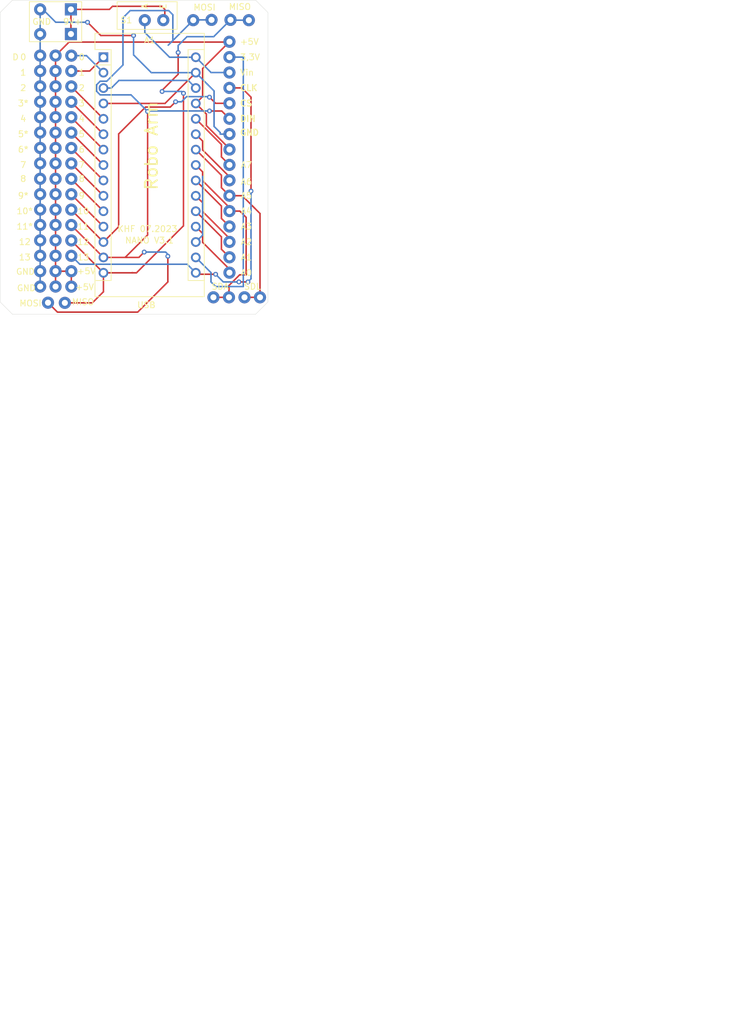
<source format=kicad_pcb>
(kicad_pcb (version 20221018) (generator pcbnew)
  (layers (0 "F.Cu" signal) (31 "B.Cu" signal) (34 "B.Paste" user) (35 "F.Paste" user) (36 "B.SilkS" user "B.Silkscreen") (37 "F.SilkS" user "F.Silkscreen") (38 "B.Mask" user) (39 "F.Mask" user) (44 "Edge.Cuts" user))
  (net 0 "")
  (net 1 "Net-(A1-Pad1)")
  (net 2 "Net-(A1-Pad17)")
  (net 3 "Net-(A1-Pad2)")
  (net 4 "Net-(A1-Pad18)")
  (net 5 "Net-(A1-Pad28)")
  (net 6 "Net-(A1-Pad19)")
  (net 7 "Net-(A1-Pad29)")
  (net 8 "Net-(A1-Pad20)")
  (net 9 "Net-(A1-Pad5)")
  (net 10 "Net-(A1-Pad21)")
  (net 11 "Net-(A1-Pad6)")
  (net 12 "Net-(A1-Pad22)")
  (net 13 "Net-(A1-Pad7)")
  (net 14 "Net-(A1-Pad23)")
  (net 15 "Net-(A1-Pad8)")
  (net 16 "Net-(A1-Pad24)")
  (net 17 "Net-(A1-Pad9)")
  (net 18 "Net-(A1-Pad25)")
  (net 19 "Net-(A1-Pad10)")
  (net 20 "Net-(A1-Pad26)")
  (net 21 "Net-(A1-Pad11)")
  (net 22 "Net-(A1-Pad27)")
  (net 23 "Net-(A1-Pad12)")
  (net 24 "Net-(A1-Pad13)")
  (net 25 "Net-(A1-Pad14)")
  (net 26 "Net-(A1-Pad30)")
  (net 27 "Net-(A1-Pad15)")
  (net 28 "Net-(A1-Pad16)")
  (net 29 "Net-(S1-Pad1)")
  (footprint "Module:Arduino_Nano" (layer "F.Cu") (at 99.035001 132.253001)
    (fp_text reference "A1" (at 7.62 -2.815001) (layer "F.SilkS"))
    (fp_text value "Arduino_Nano_v3.x")
    (fp_line (start -1.4 -3.94) (end -1.4 -1.27) (stroke (width 0.12)) (layer "F.SilkS"))
    (fp_line (start -1.4 1.27) (end -1.4 39.5) (stroke (width 0.12)) (layer "F.SilkS"))
    (fp_line (start -1.4 39.5) (end 16.64 39.5) (stroke (width 0.12)) (layer "F.SilkS"))
    (fp_line (start 1.27 -1.27) (end -1.4 -1.27) (stroke (width 0.12)) (layer "F.SilkS"))
    (fp_line (start 1.27 1.27) (end -1.4 1.27) (stroke (width 0.12)) (layer "F.SilkS"))
    (fp_line (start 1.27 1.27) (end 1.27 -1.27) (stroke (width 0.12)) (layer "F.SilkS"))
    (fp_line (start 1.27 1.27) (end 1.27 36.83) (stroke (width 0.12)) (layer "F.SilkS"))
    (fp_line (start 1.27 36.83) (end -1.4 36.83) (stroke (width 0.12)) (layer "F.SilkS"))
    (fp_line (start 13.97 -1.27) (end 13.97 36.83) (stroke (width 0.12)) (layer "F.SilkS"))
    (fp_line (start 13.97 -1.27) (end 16.64 -1.27) (stroke (width 0.12)) (layer "F.SilkS"))
    (fp_line (start 13.97 36.83) (end 16.64 36.83) (stroke (width 0.12)) (layer "F.SilkS"))
    (fp_line (start 16.64 -3.94) (end -1.4 -3.94) (stroke (width 0.12)) (layer "F.SilkS"))
    (fp_line (start 16.64 39.5) (end 16.64 -3.94) (stroke (width 0.12)) (layer "F.SilkS"))
    (pad "1" thru_hole rect (at 0 0) (size 1.6 1.6) (drill 1) (layers "*.Cu" "*.Mask") (net 1 "Net-(A1-Pad1)"))
    (pad "2" thru_hole oval (at 0 2.54) (size 1.6 1.6) (drill 1) (layers "*.Cu" "*.Mask") (net 3 "Net-(A1-Pad2)"))
    (pad "3" thru_hole oval (at 0 5.08) (size 1.6 1.6) (drill 1) (layers "*.Cu" "*.Mask") (net 5 "Net-(A1-Pad28)"))
    (pad "4" thru_hole oval (at 0 7.62) (size 1.6 1.6) (drill 1) (layers "*.Cu" "*.Mask") (net 7 "Net-(A1-Pad29)"))
    (pad "5" thru_hole oval (at 0 10.16) (size 1.6 1.6) (drill 1) (layers "*.Cu" "*.Mask") (net 9 "Net-(A1-Pad5)"))
    (pad "6" thru_hole oval (at 0 12.7) (size 1.6 1.6) (drill 1) (layers "*.Cu" "*.Mask") (net 11 "Net-(A1-Pad6)"))
    (pad "7" thru_hole oval (at 0 15.24) (size 1.6 1.6) (drill 1) (layers "*.Cu" "*.Mask") (net 13 "Net-(A1-Pad7)"))
    (pad "8" thru_hole oval (at 0 17.78) (size 1.6 1.6) (drill 1) (layers "*.Cu" "*.Mask") (net 15 "Net-(A1-Pad8)"))
    (pad "9" thru_hole oval (at 0 20.32) (size 1.6 1.6) (drill 1) (layers "*.Cu" "*.Mask") (net 17 "Net-(A1-Pad9)"))
    (pad "10" thru_hole oval (at 0 22.86) (size 1.6 1.6) (drill 1) (layers "*.Cu" "*.Mask") (net 19 "Net-(A1-Pad10)"))
    (pad "11" thru_hole oval (at 0 25.4) (size 1.6 1.6) (drill 1) (layers "*.Cu" "*.Mask") (net 21 "Net-(A1-Pad11)"))
    (pad "12" thru_hole oval (at 0 27.94) (size 1.6 1.6) (drill 1) (layers "*.Cu" "*.Mask") (net 23 "Net-(A1-Pad12)"))
    (pad "13" thru_hole oval (at 0 30.48) (size 1.6 1.6) (drill 1) (layers "*.Cu" "*.Mask") (net 24 "Net-(A1-Pad13)"))
    (pad "14" thru_hole oval (at 0 33.02) (size 1.6 1.6) (drill 1) (layers "*.Cu" "*.Mask") (net 25 "Net-(A1-Pad14)"))
    (pad "15" thru_hole oval (at 0 35.56) (size 1.6 1.6) (drill 1) (layers "*.Cu" "*.Mask") (net 27 "Net-(A1-Pad15)"))
    (pad "16" thru_hole oval (at 15.24 35.56) (size 1.6 1.6) (drill 1) (layers "*.Cu" "*.Mask") (net 28 "Net-(A1-Pad16)"))
    (pad "17" thru_hole oval (at 15.24 33.02) (size 1.6 1.6) (drill 1) (layers "*.Cu" "*.Mask") (net 2 "Net-(A1-Pad17)"))
    (pad "18" thru_hole oval (at 15.24 30.48) (size 1.6 1.6) (drill 1) (layers "*.Cu" "*.Mask") (net 4 "Net-(A1-Pad18)"))
    (pad "19" thru_hole oval (at 15.24 27.94) (size 1.6 1.6) (drill 1) (layers "*.Cu" "*.Mask") (net 6 "Net-(A1-Pad19)"))
    (pad "20" thru_hole oval (at 15.24 25.4) (size 1.6 1.6) (drill 1) (layers "*.Cu" "*.Mask") (net 8 "Net-(A1-Pad20)"))
    (pad "21" thru_hole oval (at 15.24 22.86) (size 1.6 1.6) (drill 1) (layers "*.Cu" "*.Mask") (net 10 "Net-(A1-Pad21)"))
    (pad "22" thru_hole oval (at 15.24 20.32) (size 1.6 1.6) (drill 1) (layers "*.Cu" "*.Mask") (net 12 "Net-(A1-Pad22)"))
    (pad "23" thru_hole oval (at 15.24 17.78) (size 1.6 1.6) (drill 1) (layers "*.Cu" "*.Mask") (net 14 "Net-(A1-Pad23)"))
    (pad "24" thru_hole oval (at 15.24 15.24) (size 1.6 1.6) (drill 1) (layers "*.Cu" "*.Mask") (net 16 "Net-(A1-Pad24)"))
    (pad "25" thru_hole oval (at 15.24 12.7) (size 1.6 1.6) (drill 1) (layers "*.Cu" "*.Mask") (net 18 "Net-(A1-Pad25)"))
    (pad "26" thru_hole oval (at 15.24 10.16) (size 1.6 1.6) (drill 1) (layers "*.Cu" "*.Mask") (net 20 "Net-(A1-Pad26)"))
    (pad "27" thru_hole oval (at 15.24 7.62) (size 1.6 1.6) (drill 1) (layers "*.Cu" "*.Mask") (net 22 "Net-(A1-Pad27)"))
    (pad "28" thru_hole oval (at 15.24 5.08) (size 1.6 1.6) (drill 1) (layers "*.Cu" "*.Mask") (net 5 "Net-(A1-Pad28)"))
    (pad "29" thru_hole oval (at 15.24 2.54) (size 1.6 1.6) (drill 1) (layers "*.Cu" "*.Mask") (net 7 "Net-(A1-Pad29)"))
    (pad "30" thru_hole oval (at 15.24 0) (size 1.6 1.6) (drill 1) (layers "*.Cu" "*.Mask") (net 26 "Net-(A1-Pad30)"))
  )
  (footprint "KHF_LIB:NANO_Stift_16PIN" (layer "F.Cu") (at 91.13 131.978 -90)
    (fp_text reference "J2")
    (fp_text value "NANO16PINStiftleiste")
    (pad "1" thru_hole circle (at 0 0 270) (size 2 2) (drill 1) (layers "*.Cu" "*.Mask") (net 22 "Net-(A1-Pad27)"))
    (pad "2" thru_hole circle (at 2.54 0 270) (size 2 2) (drill 1) (layers "*.Cu" "*.Mask") (net 22 "Net-(A1-Pad27)"))
    (pad "3" thru_hole circle (at 5.08 0 270) (size 2 2) (drill 1) (layers "*.Cu" "*.Mask") (net 22 "Net-(A1-Pad27)"))
    (pad "4" thru_hole circle (at 7.62 0 270) (size 2 2) (drill 1) (layers "*.Cu" "*.Mask") (net 22 "Net-(A1-Pad27)"))
    (pad "5" thru_hole circle (at 10.16 0 270) (size 2 2) (drill 1) (layers "*.Cu" "*.Mask") (net 22 "Net-(A1-Pad27)"))
    (pad "6" thru_hole circle (at 12.7 0 270) (size 2 2) (drill 1) (layers "*.Cu" "*.Mask") (net 22 "Net-(A1-Pad27)"))
    (pad "7" thru_hole circle (at 15.24 0 270) (size 2 2) (drill 1) (layers "*.Cu" "*.Mask") (net 22 "Net-(A1-Pad27)"))
    (pad "8" thru_hole circle (at 17.78 0 270) (size 2 2) (drill 1) (layers "*.Cu" "*.Mask") (net 22 "Net-(A1-Pad27)"))
    (pad "9" thru_hole circle (at 20.32 0 270) (size 2 2) (drill 1) (layers "*.Cu" "*.Mask") (net 22 "Net-(A1-Pad27)"))
    (pad "10" thru_hole circle (at 22.86 0 270) (size 2 2) (drill 1) (layers "*.Cu" "*.Mask") (net 22 "Net-(A1-Pad27)"))
    (pad "11" thru_hole circle (at 25.4 0 270) (size 2 2) (drill 1) (layers "*.Cu" "*.Mask") (net 22 "Net-(A1-Pad27)"))
    (pad "12" thru_hole circle (at 27.94 0 270) (size 2 2) (drill 1) (layers "*.Cu" "*.Mask") (net 22 "Net-(A1-Pad27)"))
    (pad "13" thru_hole circle (at 30.48 0 270) (size 2 2) (drill 1) (layers "*.Cu" "*.Mask") (net 22 "Net-(A1-Pad27)"))
    (pad "14" thru_hole circle (at 33.02 0 270) (size 2 2) (drill 1) (layers "*.Cu" "*.Mask") (net 22 "Net-(A1-Pad27)"))
    (pad "15" thru_hole circle (at 35.56 0 270) (size 2 2) (drill 1) (layers "*.Cu" "*.Mask") (net 22 "Net-(A1-Pad27)"))
    (pad "16" thru_hole circle (at 38.1 0 270) (size 2 2) (drill 1) (layers "*.Cu" "*.Mask") (net 22 "Net-(A1-Pad27)"))
  )
  (footprint "KHF_LIB:NANO_Stift_16PIN" (layer "F.Cu") (at 93.734 131.988 -90)
    (fp_text reference "J3")
    (fp_text value "NANO16PINStiftleiste")
    (pad "1" thru_hole circle (at 0 0 270) (size 2 2) (drill 1) (layers "*.Cu" "*.Mask") (net 3 "Net-(A1-Pad2)"))
    (pad "2" thru_hole circle (at 2.54 0 270) (size 2 2) (drill 1) (layers "*.Cu" "*.Mask") (net 1 "Net-(A1-Pad1)"))
    (pad "3" thru_hole circle (at 5.08 0 270) (size 2 2) (drill 1) (layers "*.Cu" "*.Mask") (net 9 "Net-(A1-Pad5)"))
    (pad "4" thru_hole circle (at 7.62 0 270) (size 2 2) (drill 1) (layers "*.Cu" "*.Mask") (net 11 "Net-(A1-Pad6)"))
    (pad "5" thru_hole circle (at 10.16 0 270) (size 2 2) (drill 1) (layers "*.Cu" "*.Mask") (net 13 "Net-(A1-Pad7)"))
    (pad "6" thru_hole circle (at 12.7 0 270) (size 2 2) (drill 1) (layers "*.Cu" "*.Mask") (net 15 "Net-(A1-Pad8)"))
    (pad "7" thru_hole circle (at 15.24 0 270) (size 2 2) (drill 1) (layers "*.Cu" "*.Mask") (net 17 "Net-(A1-Pad9)"))
    (pad "8" thru_hole circle (at 17.78 0 270) (size 2 2) (drill 1) (layers "*.Cu" "*.Mask") (net 19 "Net-(A1-Pad10)"))
    (pad "9" thru_hole circle (at 20.32 0 270) (size 2 2) (drill 1) (layers "*.Cu" "*.Mask") (net 21 "Net-(A1-Pad11)"))
    (pad "10" thru_hole circle (at 22.86 0 270) (size 2 2) (drill 1) (layers "*.Cu" "*.Mask") (net 23 "Net-(A1-Pad12)"))
    (pad "11" thru_hole circle (at 25.4 0 270) (size 2 2) (drill 1) (layers "*.Cu" "*.Mask") (net 24 "Net-(A1-Pad13)"))
    (pad "12" thru_hole circle (at 27.94 0 270) (size 2 2) (drill 1) (layers "*.Cu" "*.Mask") (net 25 "Net-(A1-Pad14)"))
    (pad "13" thru_hole circle (at 30.48 0 270) (size 2 2) (drill 1) (layers "*.Cu" "*.Mask") (net 27 "Net-(A1-Pad15)"))
    (pad "14" thru_hole circle (at 33.02 0 270) (size 2 2) (drill 1) (layers "*.Cu" "*.Mask") (net 28 "Net-(A1-Pad16)"))
    (pad "15" thru_hole circle (at 35.56 0 270) (size 2 2) (drill 1) (layers "*.Cu" "*.Mask") (net 22 "Net-(A1-Pad27)"))
    (pad "16" thru_hole circle (at 38.1 0 270) (size 2 2) (drill 1) (layers "*.Cu" "*.Mask") (net 22 "Net-(A1-Pad27)"))
  )
  (footprint "KHF_LIB:NANO_Stift_16PIN" (layer "F.Cu") (at 119.832 167.792 90)
    (fp_text reference "J4")
    (fp_text value "NANO16PINStiftleiste")
    (pad "1" thru_hole circle (at 0 0 90) (size 2 2) (drill 1) (layers "*.Cu" "*.Mask") (net 6 "Net-(A1-Pad19)"))
    (pad "2" thru_hole circle (at 2.54 0 90) (size 2 2) (drill 1) (layers "*.Cu" "*.Mask") (net 8 "Net-(A1-Pad20)"))
    (pad "3" thru_hole circle (at 5.08 0 90) (size 2 2) (drill 1) (layers "*.Cu" "*.Mask") (net 10 "Net-(A1-Pad21)"))
    (pad "4" thru_hole circle (at 7.62 0 90) (size 2 2) (drill 1) (layers "*.Cu" "*.Mask") (net 12 "Net-(A1-Pad22)"))
    (pad "5" thru_hole circle (at 10.16 0 90) (size 2 2) (drill 1) (layers "*.Cu" "*.Mask") (net 14 "Net-(A1-Pad23)"))
    (pad "6" thru_hole circle (at 12.7 0 90) (size 2 2) (drill 1) (layers "*.Cu" "*.Mask") (net 16 "Net-(A1-Pad24)"))
    (pad "7" thru_hole circle (at 15.24 0 90) (size 2 2) (drill 1) (layers "*.Cu" "*.Mask") (net 18 "Net-(A1-Pad25)"))
    (pad "8" thru_hole circle (at 17.78 0 90) (size 2 2) (drill 1) (layers "*.Cu" "*.Mask") (net 20 "Net-(A1-Pad26)"))
    (pad "9" thru_hole circle (at 20.32 0 90) (size 2 2) (drill 1) (layers "*.Cu" "*.Mask") (net 22 "Net-(A1-Pad27)"))
    (pad "10" thru_hole circle (at 22.86 0 90) (size 2 2) (drill 1) (layers "*.Cu" "*.Mask") (net 7 "Net-(A1-Pad29)"))
    (pad "11" thru_hole circle (at 25.4 0 90) (size 2 2) (drill 1) (layers "*.Cu" "*.Mask") (net 25 "Net-(A1-Pad14)"))
    (pad "12" thru_hole circle (at 27.94 0 90) (size 2 2) (drill 1) (layers "*.Cu" "*.Mask") (net 24 "Net-(A1-Pad13)"))
    (pad "13" thru_hole circle (at 30.48 0 90) (size 2 2) (drill 1) (layers "*.Cu" "*.Mask") (net 28 "Net-(A1-Pad16)"))
    (pad "14" thru_hole circle (at 33.02 0 90) (size 2 2) (drill 1) (layers "*.Cu" "*.Mask") (net 26 "Net-(A1-Pad30)"))
    (pad "15" thru_hole circle (at 35.56 0 90) (size 2 2) (drill 1) (layers "*.Cu" "*.Mask") (net 2 "Net-(A1-Pad17)"))
    (pad "16" thru_hole circle (at 38.1 0 90) (size 2 2) (drill 1) (layers "*.Cu" "*.Mask") (net 22 "Net-(A1-Pad27)"))
  )
  (footprint "KHF_LIB:9VBAT_khf" (layer "F.Cu") (at 88.59 124.358)
    (fp_text reference "GND" (at 0.254 2.032) (layer "F.SilkS"))
    (fp_text value "9VBat")
    (pad "1" thru_hole circle (at 0 0) (size 2 2) (drill 1) (layers "*.Cu" "*.Mask") (net 7 "Net-(A1-Pad29)"))
    (pad "2" thru_hole rect (at 5.08 0) (size 2 2) (drill 1) (layers "*.Cu" "*.Mask") (net 29 "Net-(S1-Pad1)"))
  )
  (footprint "KHF_LIB:NANO_Stift_16PIN" (layer "F.Cu") (at 88.59 170.078 90)
    (fp_text reference "J1")
    (fp_text value "NANO16PINStiftleiste")
    (pad "1" thru_hole circle (at 0 0 90) (size 2 2) (drill 1) (layers "*.Cu" "*.Mask") (net 7 "Net-(A1-Pad29)"))
    (pad "2" thru_hole circle (at 2.54 0 90) (size 2 2) (drill 1) (layers "*.Cu" "*.Mask") (net 7 "Net-(A1-Pad29)"))
    (pad "3" thru_hole circle (at 5.08 0 90) (size 2 2) (drill 1) (layers "*.Cu" "*.Mask") (net 7 "Net-(A1-Pad29)"))
    (pad "4" thru_hole circle (at 7.62 0 90) (size 2 2) (drill 1) (layers "*.Cu" "*.Mask") (net 7 "Net-(A1-Pad29)"))
    (pad "5" thru_hole circle (at 10.16 0 90) (size 2 2) (drill 1) (layers "*.Cu" "*.Mask") (net 7 "Net-(A1-Pad29)"))
    (pad "6" thru_hole circle (at 12.7 0 90) (size 2 2) (drill 1) (layers "*.Cu" "*.Mask") (net 7 "Net-(A1-Pad29)"))
    (pad "7" thru_hole circle (at 15.24 0 90) (size 2 2) (drill 1) (layers "*.Cu" "*.Mask") (net 7 "Net-(A1-Pad29)"))
    (pad "8" thru_hole circle (at 17.78 0 90) (size 2 2) (drill 1) (layers "*.Cu" "*.Mask") (net 7 "Net-(A1-Pad29)"))
    (pad "9" thru_hole circle (at 20.32 0 90) (size 2 2) (drill 1) (layers "*.Cu" "*.Mask") (net 7 "Net-(A1-Pad29)"))
    (pad "10" thru_hole circle (at 22.86 0 90) (size 2 2) (drill 1) (layers "*.Cu" "*.Mask") (net 7 "Net-(A1-Pad29)"))
    (pad "11" thru_hole circle (at 25.4 0 90) (size 2 2) (drill 1) (layers "*.Cu" "*.Mask") (net 7 "Net-(A1-Pad29)"))
    (pad "12" thru_hole circle (at 27.94 0 90) (size 2 2) (drill 1) (layers "*.Cu" "*.Mask") (net 7 "Net-(A1-Pad29)"))
    (pad "13" thru_hole circle (at 30.48 0 90) (size 2 2) (drill 1) (layers "*.Cu" "*.Mask") (net 7 "Net-(A1-Pad29)"))
    (pad "14" thru_hole circle (at 33.02 0 90) (size 2 2) (drill 1) (layers "*.Cu" "*.Mask") (net 7 "Net-(A1-Pad29)"))
    (pad "15" thru_hole circle (at 35.56 0 90) (size 2 2) (drill 1) (layers "*.Cu" "*.Mask") (net 7 "Net-(A1-Pad29)"))
    (pad "16" thru_hole circle (at 38.1 0 90) (size 2 2) (drill 1) (layers "*.Cu" "*.Mask") (net 7 "Net-(A1-Pad29)"))
  )
  (footprint "KHF_LIB:9VBAT_khf" (layer "F.Cu") (at 88.59 128.422)
    (fp_text reference "GND")
    (fp_text value "9VBat")
    (pad "1" thru_hole circle (at 0 0) (size 2 2) (drill 1) (layers "*.Cu" "*.Mask") (net 7 "Net-(A1-Pad29)"))
    (pad "2" thru_hole rect (at 5.08 0) (size 2 2) (drill 1) (layers "*.Cu" "*.Mask") (net 29 "Net-(S1-Pad1)"))
  )
  (footprint "!Goody:LP" (layer "F.Cu") (at 114.394 125.488)
    (fp_text reference "MOSI" (at 1.33 -1.46) (layer "F.SilkS"))
    (fp_text value "LP")
    (pad "1" thru_hole circle (at -0.54 0.65) (size 2 2) (drill 1) (layers "*.Cu" "*.Mask") (net 25 "Net-(A1-Pad14)"))
  )
  (footprint "!Goody:LP" (layer "F.Cu") (at 122.854 171.206)
    (fp_text reference "SDL" (at 0.788 -1.128) (layer "F.SilkS"))
    (fp_text value "LP")
    (pad "1" thru_hole circle (at -0.54 0.65) (size 2 2) (drill 1) (layers "*.Cu" "*.Mask") (net 16 "Net-(A1-Pad24)"))
  )
  (footprint "!Goody:LP" (layer "F.Cu") (at 93.204 172.118)
    (fp_text reference "MISO" (at 2.45 0.51) (layer "F.SilkS"))
    (fp_text value "LP")
    (pad "1" thru_hole circle (at -0.54 0.65) (size 2 2) (drill 1) (layers "*.Cu" "*.Mask") (net 27 "Net-(A1-Pad15)"))
  )
  (footprint "!Goody:LP" (layer "F.Cu") (at 125.414 171.206)
    (fp_text reference "SDA")
    (fp_text value "LP")
    (pad "1" thru_hole circle (at -0.54 0.65) (size 2 2) (drill 1) (layers "*.Cu" "*.Mask") (net 16 "Net-(A1-Pad24)"))
  )
  (footprint "!Goody:LP_PCB-Fräse" (layer "F.Cu") (at 108.91 126.136)
    (fp_text reference "LP")
    (fp_text value "LP")
    (pad "1" thru_hole circle (at 0 0) (size 2 2) (drill 1) (layers "*.Cu" "*.Mask") (net 29 "Net-(S1-Pad1)"))
  )
  (footprint "!Goody:LP_PCB-Fräse" (layer "F.Cu") (at 105.862 126.136)
    (fp_text reference "LP")
    (fp_text value "LP")
    (pad "1" thru_hole circle (at 0 0) (size 2 2) (drill 1) (layers "*.Cu" "*.Mask") (net 26 "Net-(A1-Pad30)"))
  )
  (footprint "!Goody:LP" (layer "F.Cu") (at 123.574 125.488)
    (fp_text reference "LP")
    (fp_text value "LP")
    (pad "1" thru_hole circle (at -0.54 0.65) (size 2 2) (drill 1) (layers "*.Cu" "*.Mask") (net 27 "Net-(A1-Pad15)"))
  )
  (footprint "" (layer "F.Cu") (at 89.352 168.046)
    (fp_text reference "" (at 114.046 123.444) (layer "F.SilkS") (effects (font (size 1.27 1.27))))
    (fp_text value "" (at 114.046 123.444) (layer "F.SilkS") (effects (font (size 1.27 1.27))))
  )
  (footprint "!Goody:LP" (layer "F.Cu") (at 120.294 171.206)
    (fp_text reference "SDA")
    (fp_text value "LP")
    (pad "1" thru_hole circle (at -0.54 0.65) (size 2 2) (drill 1) (layers "*.Cu" "*.Mask") (net 14 "Net-(A1-Pad23)"))
  )
  (footprint "!Goody:LP" (layer "F.Cu") (at 120.544 125.438)
    (fp_text reference "LP")
    (fp_text value "LP")
    (pad "1" thru_hole circle (at -0.54 0.65) (size 2 2) (drill 1) (layers "*.Cu" "*.Mask") (net 27 "Net-(A1-Pad15)"))
  )
  (footprint "!Goody:LP" (layer "F.Cu") (at 117.414 125.438)
    (fp_text reference "MISO" (at 4.14 -1.5) (layer "F.SilkS"))
    (fp_text value "LP")
    (pad "1" thru_hole circle (at -0.54 0.65) (size 2 2) (drill 1) (layers "*.Cu" "*.Mask") (net 25 "Net-(A1-Pad14)"))
  )
  (footprint "!Goody:LP" (layer "F.Cu") (at 117.724 171.206)
    (fp_text reference "SDA" (at 0.584 -1.128) (layer "F.SilkS"))
    (fp_text value "LP")
    (pad "1" thru_hole circle (at -0.54 0.65) (size 2 2) (drill 1) (layers "*.Cu" "*.Mask") (net 14 "Net-(A1-Pad23)"))
  )
  (footprint "!Goody:LP" (layer "F.Cu") (at 90.424 172.088)
    (fp_text reference "MOSI" (at -3.43 0.75) (layer "F.SilkS"))
    (fp_text value "LP")
    (pad "1" thru_hole circle (at -0.54 0.65) (size 2 2) (drill 1) (layers "*.Cu" "*.Mask") (net 25 "Net-(A1-Pad14)"))
  )
  (gr_line (start 101.29 127.66) (end 101.29 123.088) (stroke (width 0.12)) (layer "F.SilkS"))
  (gr_line (start 86.812 129.692) (end 86.812 123.088) (stroke (width 0.12)) (layer "F.SilkS"))
  (gr_line (start 111.196 123.088) (end 111.196 127.66) (stroke (width 0.12)) (layer "F.SilkS"))
  (gr_line (start 101.29 123.088) (end 111.196 123.088) (stroke (width 0.12)) (layer "F.SilkS"))
  (gr_line (start 95.448 129.692) (end 86.812 129.692) (stroke (width 0.12)) (layer "F.SilkS"))
  (gr_line (start 86.812 123.088) (end 95.448 123.088) (stroke (width 0.12)) (layer "F.SilkS"))
  (gr_line (start 95.448 129.692) (end 95.448 123.088) (stroke (width 0.12)) (layer "F.SilkS"))
  (gr_line (start 111.196 127.66) (end 101.29 127.66) (stroke (width 0.12)) (layer "F.SilkS"))
  (gr_line (start 81.986 172.618) (end 81.986 124.866) (stroke (width 0.05)) (layer "Edge.Cuts"))
  (gr_line (start 81.986 124.866) (end 84.018 122.834) (stroke (width 0.05)) (layer "Edge.Cuts"))
  (gr_line (start 124.15 174.65) (end 126.182 172.618) (stroke (width 0.05)) (layer "Edge.Cuts"))
  (gr_line (start 84.018 122.834) (end 124.15 122.834) (stroke (width 0.05)) (layer "Edge.Cuts"))
  (gr_line (start 126.182 124.866) (end 124.15 122.834) (stroke (width 0.05)) (layer "Edge.Cuts"))
  (gr_line (start 126.182 124.866) (end 126.182 172.618) (stroke (width 0.05)) (layer "Edge.Cuts"))
  (gr_line (start 81.986 172.618) (end 84.018 174.65) (stroke (width 0.05)) (layer "Edge.Cuts"))
  (gr_line (start 124.15 174.65) (end 84.018 174.65) (stroke (width 0.05)) (layer "Edge.Cuts"))
  (gr_text "11" (at 95.702 160.172) (layer "F.SilkS") (effects (font (size 1 1))))
  (gr_text "4" (at 95.448 142.392) (layer "F.SilkS") (effects (font (size 1 1))))
  (gr_text "1" (at 95.448 134.772) (layer "F.SilkS") (effects (font (size 1 1))))
  (gr_text "8" (at 95.448 152.298) (layer "F.SilkS") (effects (font (size 1 1))))
  (gr_text "13" (at 95.702 165.252) (layer "F.SilkS") (effects (font (size 1 1))))
  (gr_text "12" (at 95.702 162.712) (layer "F.SilkS") (effects (font (size 1 1))))
  (gr_text "6" (at 95.448 147.472) (layer "F.SilkS") (effects (font (size 1 1))))
  (gr_text "5" (at 95.448 144.932) (layer "F.SilkS") (effects (font (size 1 1))))
  (gr_text "3" (at 95.448 139.852) (layer "F.SilkS") (effects (font (size 1 1))))
  (gr_text "0" (at 95.448 132.232) (layer "F.SilkS") (effects (font (size 1 1))))
  (gr_text "10" (at 95.702 157.632) (layer "F.SilkS") (effects (font (size 1 1))))
  (gr_text "9" (at 95.448 155.092) (layer "F.SilkS") (effects (font (size 1 1))))
  (gr_text "2" (at 95.448 137.312) (layer "F.SilkS") (effects (font (size 1 1))))
  (gr_text "+5V" (at 95.934 170.168) (layer "F.SilkS") (effects (font (size 1 1))))
  (gr_text "7" (at 95.448 150.012) (layer "F.SilkS") (effects (font (size 1 1))))
  (gr_text "GND" (at 86.154 167.618) (layer "F.SilkS") (effects (font (size 1 1))))
  (gr_text "A7" (at 122.626 150.012) (layer "F.SilkS") (effects (font (size 1 1))))
  (gr_text "CS" (at 122.586381 139.852) (layer "F.SilkS") (effects (font (size 1 1) (thickness 0.2))))
  (gr_text "GND" (at 123.134 144.678) (layer "F.SilkS") (effects (font (size 1 1) (thickness 0.2))))
  (gr_text "Vin" (at 122.729238 134.772) (layer "F.SilkS") (effects (font (size 1 1))))
  (gr_text "3,3V" (at 123.229238 132.232) (layer "F.SilkS") (effects (font (size 1 1))))
  (gr_text "A0" (at 122.626 167.792) (layer "F.SilkS") (effects (font (size 1 1))))
  (gr_text "A1" (at 122.626 165.252) (layer "F.SilkS") (effects (font (size 1 1))))
  (gr_text "A2" (at 122.626 162.712) (layer "F.SilkS") (effects (font (size 1 1))))
  (gr_text "A6" (at 122.626 152.806) (layer "F.SilkS") (effects (font (size 1 1))))
  (gr_text "CLK" (at 123.014953 137.312) (layer "F.SilkS") (effects (font (size 1 1) (thickness 0.2))))
  (gr_text "A5" (at 122.626 155.092) (layer "F.SilkS") (effects (font (size 1 1))))
  (gr_text "DIN" (at 122.872096 142.392) (layer "F.SilkS") (effects (font (size 1 1) (thickness 0.2))))
  (gr_text "A4" (at 122.626 157.632) (layer "F.SilkS") (effects (font (size 1 1))))
  (gr_text "+5V" (at 123.134 129.692) (layer "F.SilkS") (effects (font (size 1 1))))
  (gr_text "A3" (at 122.626 160.172) (layer "F.SilkS") (effects (font (size 1 1))))
  (gr_text "USB" (at 106.116 173.126) (layer "F.SilkS") (effects (font (size 1 1))))
  (gr_text "S1" (at 102.814 126.136) (layer "F.SilkS") (effects (font (size 1 1))))
  (gr_text "8" (at 85.796 152.298) (layer "F.SilkS") (effects (font (size 1 1))))
  (gr_text "9V+" (at 93.924 126.39) (layer "F.SilkS") (effects (font (size 1 1))))
  (gr_text "7" (at 85.796 150.012) (layer "F.SilkS") (effects (font (size 1 1))))
  (gr_text "5*" (at 85.796 144.932) (layer "F.SilkS") (effects (font (size 1 1))))
  (gr_text "GND" (at 86.304 170.332) (layer "F.SilkS") (effects (font (size 1 1))))
  (gr_text "12" (at 86.05 162.712) (layer "F.SilkS") (effects (font (size 1 1))))
  (gr_text "10*" (at 86.05 157.632) (layer "F.SilkS") (effects (font (size 1 1))))
  (gr_text "KHF 07.2023" (at 106.304 160.568) (layer "F.SilkS") (effects (font (size 1 1))))
  (gr_text "0" (at 85.796 132.232) (layer "F.SilkS") (effects (font (size 1 1))))
  (gr_text "2" (at 85.796 137.312) (layer "F.SilkS") (effects (font (size 1 1))))
  (gr_text "1" (at 85.796 134.772) (layer "F.SilkS") (effects (font (size 1 1))))
  (gr_text "E" (at 108.91 123.85 90) (layer "F.SilkS") (effects (font (size 1 1))))
  (gr_text "D" (at 84.526 132.232) (layer "F.SilkS") (effects (font (size 1 1))))
  (gr_text "6*" (at 85.796 147.472) (layer "F.SilkS") (effects (font (size 1 1))))
  (gr_text "3*" (at 85.796 139.852) (layer "F.SilkS") (effects (font (size 1 1))))
  (gr_text "Robo Arm" (at 106.954 146.868 90) (layer "F.SilkS") (effects (font (size 2 2) (thickness 0.3))))
  (gr_text "A" (at 105.862 123.85 90) (layer "F.SilkS") (effects (font (size 1 1))))
  (gr_text "9*" (at 85.796 155.092) (layer "F.SilkS") (effects (font (size 1 1))))
  (gr_text "11*" (at 86.05 160.172) (layer "F.SilkS") (effects (font (size 1 1))))
  (gr_text "+5V" (at 96.21 167.538) (layer "F.SilkS") (effects (font (size 1 1))))
  (gr_text "4" (at 85.796 142.392) (layer "F.SilkS") (effects (font (size 1 1))))
  (gr_text "13" (at 86.05 165.252) (layer "F.SilkS") (effects (font (size 1 1))))
  (gr_text "NANO V3.1" (at 106.624 162.458) (layer "F.SilkS") (effects (font (size 1 1))))
  (segment (start 96.760002 134.528) (end 99.035001 132.253001) (width 0.25) (layer "F.Cu") (net 1))
  (segment (start 93.734 134.528) (end 96.760002 134.528) (width 0.25) (layer "F.Cu") (net 1))
  (segment (start 116.784 167.782) (end 114.275001 165.273001) (width 0.25) (layer "B.Cu") (net 2))
  (segment (start 117.546 170.078) (end 116.784 169.316) (width 0.25) (layer "B.Cu") (net 2))
  (segment (start 119.832 132.232) (end 122.118 132.232) (width 0.25) (layer "B.Cu") (net 2))
  (segment (start 122.118 170.078) (end 117.546 170.078) (width 0.25) (layer "B.Cu") (net 2))
  (segment (start 116.784 169.316) (end 116.784 167.782) (width 0.25) (layer "B.Cu") (net 2))
  (segment (start 122.118 132.232) (end 122.118 170.078) (width 0.25) (layer "B.Cu") (net 2))
  (segment (start 96.23 131.988) (end 99.035001 134.793001) (width 0.25) (layer "B.Cu") (net 3))
  (segment (start 93.734 131.988) (end 96.23 131.988) (width 0.25) (layer "B.Cu") (net 3))
  (segment (start 114.275001 162.733001) (end 115.400002 161.608) (width 0.25) (layer "B.Cu") (net 4))
  (segment (start 115.400002 161.608) (end 115.400002 151.903998) (width 0.25) (layer "B.Cu") (net 4))
  (segment (start 100.338999 137.333001) (end 101.594 136.078) (width 0.25) (layer "B.Cu") (net 5))
  (segment (start 101.594 136.078) (end 113.02 136.078) (width 0.25) (layer "B.Cu") (net 5))
  (segment (start 113.02 136.078) (end 114.275001 137.333001) (width 0.25) (layer "B.Cu") (net 5))
  (segment (start 99.035001 137.333001) (end 100.338999 137.333001) (width 0.25) (layer "B.Cu") (net 5))
  (segment (start 115.400002 161.318002) (end 114.275001 160.193001) (width 0.25) (layer "F.Cu") (net 6))
  (segment (start 119.832 167.213002) (end 115.400002 162.781004) (width 0.25) (layer "F.Cu") (net 6))
  (segment (start 115.400002 162.781004) (end 115.400002 161.318002) (width 0.25) (layer "F.Cu") (net 6))
  (segment (start 119.832 167.792) (end 119.832 167.213002) (width 0.25) (layer "F.Cu") (net 6))
  (segment (start 98.594 128.668) (end 96.404 126.478) (width 0.25) (layer "F.Cu") (net 7))
  (segment (start 104.004 128.668) (end 98.594 128.668) (width 0.25) (layer "F.Cu") (net 7))
  (segment (start 109.195001 139.873001) (end 114.275001 134.793001) (width 0.25) (layer "F.Cu") (net 7))
  (segment (start 99.035001 139.873001) (end 109.195001 139.873001) (width 0.25) (layer "F.Cu") (net 7))
  (via (at 96.404 126.478) (size 0.8) (drill 0.4) (layers "F.Cu" "B.Cu") (net 7))
  (via (at 104.004 128.668) (size 0.8) (drill 0.4) (layers "F.Cu" "B.Cu") (net 7))
  (segment (start 88.59 139.598) (end 88.59 142.138) (width 0.25) (layer "B.Cu") (net 7))
  (segment (start 117.292 143.662) (end 117.292 137.81) (width 0.25) (layer "B.Cu") (net 7))
  (segment (start 88.59 128.422) (end 88.59 131.978) (width 0.25) (layer "B.Cu") (net 7))
  (segment (start 88.59 162.458) (end 88.59 164.998) (width 0.25) (layer "B.Cu") (net 7))
  (segment (start 116.154 136.672) (end 114.275001 134.793001) (width 0.25) (layer "B.Cu") (net 7))
  (segment (start 88.59 142.138) (end 88.59 144.678) (width 0.25) (layer "B.Cu") (net 7))
  (segment (start 106.939001 134.793001) (end 104.004 131.858) (width 0.25) (layer "B.Cu") (net 7))
  (segment (start 88.59 164.998) (end 88.59 167.538) (width 0.25) (layer "B.Cu") (net 7))
  (segment (start 116.276 136.794) (end 116.154 136.672) (width 0.25) (layer "B.Cu") (net 7))
  (segment (start 88.59 137.058) (end 88.59 139.598) (width 0.25) (layer "B.Cu") (net 7))
  (segment (start 88.59 154.838) (end 88.59 157.378) (width 0.25) (layer "B.Cu") (net 7))
  (segment (start 88.59 124.358) (end 88.59 128.422) (width 0.25) (layer "B.Cu") (net 7))
  (segment (start 88.59 147.218) (end 88.59 149.758) (width 0.25) (layer "B.Cu") (net 7))
  (segment (start 88.59 159.918) (end 88.59 162.458) (width 0.25) (layer "B.Cu") (net 7))
  (segment (start 91.154 126.478) (end 89.034 124.358) (width 0.25) (layer "B.Cu") (net 7))
  (segment (start 88.59 131.978) (end 88.59 134.518) (width 0.25) (layer "B.Cu") (net 7))
  (segment (start 88.59 152.298) (end 88.59 154.838) (width 0.25) (layer "B.Cu") (net 7))
  (segment (start 104.004 131.858) (end 104.004 128.668) (width 0.25) (layer "B.Cu") (net 7))
  (segment (start 117.292 137.81) (end 116.154 136.672) (width 0.25) (layer "B.Cu") (net 7))
  (segment (start 96.404 126.478) (end 91.154 126.478) (width 0.25) (layer "B.Cu") (net 7))
  (segment (start 88.59 144.678) (end 88.59 147.218) (width 0.25) (layer "B.Cu") (net 7))
  (segment (start 119.832 144.932) (end 118.308 144.932) (width 0.25) (layer "B.Cu") (net 7))
  (segment (start 88.59 167.538) (end 88.59 170.078) (width 0.25) (layer "B.Cu") (net 7))
  (segment (start 118.308 144.932) (end 118.308 144.678) (width 0.25) (layer "B.Cu") (net 7))
  (segment (start 89.034 124.358) (end 88.59 124.358) (width 0.25) (layer "B.Cu") (net 7))
  (segment (start 88.59 149.758) (end 88.59 152.298) (width 0.25) (layer "B.Cu") (net 7))
  (segment (start 118.308 144.678) (end 117.292 143.662) (width 0.25) (layer "B.Cu") (net 7))
  (segment (start 114.275001 134.793001) (end 106.939001 134.793001) (width 0.25) (layer "B.Cu") (net 7))
  (segment (start 88.59 134.518) (end 88.59 137.058) (width 0.25) (layer "B.Cu") (net 7))
  (segment (start 88.59 157.378) (end 88.59 159.918) (width 0.25) (layer "B.Cu") (net 7))
  (segment (start 119.832 165.252) (end 118.506999 163.926999) (width 0.25) (layer "F.Cu") (net 8))
  (segment (start 118.506999 161.884999) (end 114.275001 157.653001) (width 0.25) (layer "F.Cu") (net 8))
  (segment (start 118.506999 163.926999) (end 118.506999 161.884999) (width 0.25) (layer "F.Cu") (net 8))
  (segment (start 99.035001 142.413001) (end 93.734 137.112) (width 0.25) (layer "F.Cu") (net 9))
  (segment (start 93.734 137.112) (end 93.734 137.068) (width 0.25) (layer "F.Cu") (net 9))
  (segment (start 115.400002 157.701004) (end 115.400002 156.238002) (width 0.25) (layer "F.Cu") (net 10))
  (segment (start 119.832 162.133002) (end 115.400002 157.701004) (width 0.25) (layer "F.Cu") (net 10))
  (segment (start 115.400002 156.238002) (end 114.275001 155.113001) (width 0.25) (layer "F.Cu") (net 10))
  (segment (start 119.832 162.712) (end 119.832 162.133002) (width 0.25) (layer "F.Cu") (net 10))
  (segment (start 99.035001 144.953001) (end 93.734 139.652) (width 0.25) (layer "F.Cu") (net 11))
  (segment (start 93.734 139.652) (end 93.734 139.608) (width 0.25) (layer "F.Cu") (net 11))
  (segment (start 118.506999 156.804999) (end 114.275001 152.573001) (width 0.25) (layer "F.Cu") (net 12))
  (segment (start 118.506999 158.846999) (end 118.506999 156.804999) (width 0.25) (layer "F.Cu") (net 12))
  (segment (start 119.832 160.172) (end 118.506999 158.846999) (width 0.25) (layer "F.Cu") (net 12))
  (segment (start 99.035001 147.493001) (end 93.734 142.192) (width 0.25) (layer "F.Cu") (net 13))
  (segment (start 93.734 142.192) (end 93.734 142.148) (width 0.25) (layer "F.Cu") (net 13))
  (segment (start 119.832 157.632) (end 119.832 157.053002) (width 0.25) (layer "F.Cu") (net 14))
  (segment (start 115.400002 152.621004) (end 115.400002 151.158002) (width 0.25) (layer "F.Cu") (net 14))
  (segment (start 115.400002 151.158002) (end 114.275001 150.033001) (width 0.25) (layer "F.Cu") (net 14))
  (segment (start 122.584 168.148) (end 121.508 168.148) (width 0.25) (layer "F.Cu") (net 14))
  (segment (start 119.754 169.902) (end 119.754 171.856) (width 0.25) (layer "F.Cu") (net 14))
  (segment (start 119.832 157.632) (end 121.548 157.632) (width 0.25) (layer "F.Cu") (net 14))
  (segment (start 121.508 168.148) (end 119.754 169.902) (width 0.25) (layer "F.Cu") (net 14))
  (segment (start 121.548 157.632) (end 122.584 158.668) (width 0.25) (layer "F.Cu") (net 14))
  (segment (start 119.754 171.856) (end 117.184 171.856) (width 0.25) (layer "F.Cu") (net 14))
  (segment (start 119.832 157.053002) (end 115.400002 152.621004) (width 0.25) (layer "F.Cu") (net 14))
  (segment (start 122.584 158.668) (end 122.584 168.148) (width 0.25) (layer "F.Cu") (net 14))
  (segment (start 99.035001 150.033001) (end 93.734 144.732) (width 0.25) (layer "F.Cu") (net 15))
  (segment (start 93.734 144.732) (end 93.734 144.688) (width 0.25) (layer "F.Cu") (net 15))
  (segment (start 122.314 171.856) (end 124.874 171.856) (width 0.25) (layer "F.Cu") (net 16))
  (segment (start 124.874 171.856) (end 124.874 158.028) (width 0.25) (layer "F.Cu") (net 16))
  (segment (start 121.938 155.092) (end 123.679 156.833) (width 0.25) (layer "F.Cu") (net 16))
  (segment (start 123.679 156.833) (end 124.044 157.198) (width 0.25) (layer "F.Cu") (net 16))
  (segment (start 119.832 155.092) (end 118.506999 153.766999) (width 0.25) (layer "F.Cu") (net 16))
  (segment (start 119.832 155.092) (end 121.938 155.092) (width 0.25) (layer "F.Cu") (net 16))
  (segment (start 118.506999 151.724999) (end 114.275001 147.493001) (width 0.25) (layer "F.Cu") (net 16))
  (segment (start 124.874 158.028) (end 123.679 156.833) (width 0.25) (layer "F.Cu") (net 16))
  (segment (start 118.506999 153.766999) (end 118.506999 151.724999) (width 0.25) (layer "F.Cu") (net 16))
  (segment (start 93.734 147.272) (end 93.734 147.228) (width 0.25) (layer "F.Cu") (net 17))
  (segment (start 99.035001 152.573001) (end 93.734 147.272) (width 0.25) (layer "F.Cu") (net 17))
  (segment (start 115.400002 146.078002) (end 114.275001 144.953001) (width 0.25) (layer "F.Cu") (net 18))
  (segment (start 115.400002 147.541004) (end 115.400002 146.078002) (width 0.25) (layer "F.Cu") (net 18))
  (segment (start 119.832 151.973002) (end 115.400002 147.541004) (width 0.25) (layer "F.Cu") (net 18))
  (segment (start 119.832 152.552) (end 119.832 151.973002) (width 0.25) (layer "F.Cu") (net 18))
  (segment (start 93.734 149.812) (end 93.734 149.768) (width 0.25) (layer "F.Cu") (net 19))
  (segment (start 99.035001 155.113001) (end 93.734 149.812) (width 0.25) (layer "F.Cu") (net 19))
  (segment (start 118.506999 148.686999) (end 118.506999 146.644999) (width 0.25) (layer "F.Cu") (net 20))
  (segment (start 118.506999 146.644999) (end 114.275001 142.413001) (width 0.25) (layer "F.Cu") (net 20))
  (segment (start 119.832 150.012) (end 118.506999 148.686999) (width 0.25) (layer "F.Cu") (net 20))
  (segment (start 99.035001 157.653001) (end 93.734 152.352) (width 0.25) (layer "F.Cu") (net 21))
  (segment (start 93.734 152.352) (end 93.734 152.308) (width 0.25) (layer "F.Cu") (net 21))
  (segment (start 119.832 129.692) (end 119.776999 129.747001) (width 0.25) (layer "F.Cu") (net 22))
  (segment (start 91.13 131.978) (end 91.13 134.518) (width 0.25) (layer "F.Cu") (net 22))
  (segment (start 119.776999 129.747001) (end 93.360999 129.747001) (width 0.25) (layer "F.Cu") (net 22))
  (segment (start 91.13 142.138) (end 91.13 144.678) (width 0.25) (layer "F.Cu") (net 22))
  (segment (start 93.724 167.538) (end 93.734 167.548) (width 0.25) (layer "F.Cu") (net 22))
  (segment (start 114.275001 139.873001) (end 116.022 141.62) (width 0.25) (layer "F.Cu") (net 22))
  (segment (start 119.832 129.692) (end 115.400002 134.123998) (width 0.25) (layer "F.Cu") (net 22))
  (segment (start 91.13 162.458) (end 91.13 164.998) (width 0.25) (layer "F.Cu") (net 22))
  (segment (start 91.13 154.838) (end 91.13 157.378) (width 0.25) (layer "F.Cu") (net 22))
  (segment (start 91.13 137.058) (end 91.13 139.598) (width 0.25) (layer "F.Cu") (net 22))
  (segment (start 91.13 144.678) (end 91.13 147.218) (width 0.25) (layer "F.Cu") (net 22))
  (segment (start 91.13 149.758) (end 91.13 152.298) (width 0.25) (layer "F.Cu") (net 22))
  (segment (start 116.022 141.62) (end 116.022 143.52359) (width 0.25) (layer "F.Cu") (net 22))
  (segment (start 91.13 139.598) (end 91.13 142.138) (width 0.25) (layer "F.Cu") (net 22))
  (segment (start 91.13 170.078) (end 91.13 167.538) (width 0.25) (layer "F.Cu") (net 22))
  (segment (start 91.13 147.218) (end 91.13 149.758) (width 0.25) (layer "F.Cu") (net 22))
  (segment (start 91.13 152.298) (end 91.13 154.838) (width 0.25) (layer "F.Cu") (net 22))
  (segment (start 91.14 167.548) (end 91.13 167.538) (width 0.25) (layer "F.Cu") (net 22))
  (segment (start 93.734 170.088) (end 93.734 167.548) (width 0.25) (layer "F.Cu") (net 22))
  (segment (start 116.022 143.52359) (end 119.832 147.33359) (width 0.25) (layer "F.Cu") (net 22))
  (segment (start 91.13 157.378) (end 91.13 159.918) (width 0.25) (layer "F.Cu") (net 22))
  (segment (start 93.734 167.548) (end 91.14 167.548) (width 0.25) (layer "F.Cu") (net 22))
  (segment (start 91.13 159.918) (end 91.13 162.458) (width 0.25) (layer "F.Cu") (net 22))
  (segment (start 91.13 134.518) (end 91.13 137.058) (width 0.25) (layer "F.Cu") (net 22))
  (segment (start 93.360999 129.747001) (end 91.13 131.978) (width 0.25) (layer "F.Cu") (net 22))
  (segment (start 91.13 167.538) (end 91.13 164.998) (width 0.25) (layer "F.Cu") (net 22))
  (segment (start 115.400002 138.748) (end 114.275001 139.873001) (width 0.25) (layer "F.Cu") (net 22))
  (segment (start 115.400002 134.123998) (end 115.400002 138.748) (width 0.25) (layer "F.Cu") (net 22))
  (segment (start 119.832 147.33359) (end 119.832 147.472) (width 0.25) (layer "F.Cu") (net 22))
  (segment (start 93.734 154.892) (end 93.734 154.848) (width 0.25) (layer "F.Cu") (net 23))
  (segment (start 99.035001 160.193001) (end 93.734 154.892) (width 0.25) (layer "F.Cu") (net 23))
  (segment (start 117.546 139.852) (end 116.53 138.836) (width 0.25) (layer "F.Cu") (net 24))
  (segment (start 93.734 157.432) (end 93.734 157.388) (width 0.25) (layer "F.Cu") (net 24))
  (segment (start 110.942 139.598) (end 110.067001 140.472999) (width 0.25) (layer "F.Cu") (net 24))
  (segment (start 101.544 160.224002) (end 99.035001 162.733001) (width 0.25) (layer "F.Cu") (net 24))
  (segment (start 101.544 144.904998) (end 101.544 160.224002) (width 0.25) (layer "F.Cu") (net 24))
  (segment (start 105.975999 140.472999) (end 101.544 144.904998) (width 0.25) (layer "F.Cu") (net 24))
  (segment (start 99.035001 162.733001) (end 93.734 157.432) (width 0.25) (layer "F.Cu") (net 24))
  (segment (start 110.067001 140.472999) (end 105.975999 140.472999) (width 0.25) (layer "F.Cu") (net 24))
  (segment (start 119.832 139.852) (end 117.546 139.852) (width 0.25) (layer "F.Cu") (net 24))
  (via (at 110.942 139.598) (size 0.8) (drill 0.4) (layers "F.Cu" "B.Cu") (net 24))
  (via (at 116.53 138.836) (size 0.8) (drill 0.4) (layers "F.Cu" "B.Cu") (net 24))
  (segment (start 111.917002 139.598) (end 110.942 139.598) (width 0.25) (layer "B.Cu") (net 24))
  (segment (start 116.53 138.836) (end 116.442 138.748) (width 0.25) (layer "B.Cu") (net 24))
  (segment (start 116.442 138.748) (end 112.767002 138.748) (width 0.25) (layer "B.Cu") (net 24))
  (segment (start 112.767002 138.748) (end 111.917002 139.598) (width 0.25) (layer "B.Cu") (net 24))
  (segment (start 89.884 171.898) (end 89.884 172.738) (width 0.25) (layer "F.Cu") (net 25))
  (segment (start 106.324 161.568) (end 106.324 141.198) (width 0.25) (layer "F.Cu") (net 25))
  (segment (start 93.734 159.972) (end 93.734 159.928) (width 0.25) (layer "F.Cu") (net 25))
  (segment (start 109.664 165.078) (end 109.664 169.318) (width 0.25) (layer "F.Cu") (net 25))
  (segment (start 119.832 142.392) (end 118.562 141.122) (width 0.25) (layer "F.Cu") (net 25))
  (segment (start 116.530191 141.122) (end 116.539723 141.112468) (width 0.25) (layer "F.Cu") (net 25))
  (segment (start 99.035001 165.273001) (end 102.618999 165.273001) (width 0.25) (layer "F.Cu") (net 25))
  (segment (start 104.878999 165.273001) (end 105.764 164.388) (width 0.25) (layer "F.Cu") (net 25))
  (segment (start 104.68201 174.29999) (end 91.44599 174.29999) (width 0.25) (layer "F.Cu") (net 25))
  (segment (start 102.618999 165.273001) (end 106.324 161.568) (width 0.25) (layer "F.Cu") (net 25))
  (segment (start 99.035001 165.273001) (end 93.734 159.972) (width 0.25) (layer "F.Cu") (net 25))
  (segment (start 102.618999 165.273001) (end 104.878999 165.273001) (width 0.25) (layer "F.Cu") (net 25))
  (segment (start 91.44599 174.29999) (end 89.884 172.738) (width 0.25) (layer "F.Cu") (net 25))
  (segment (start 109.664 169.318) (end 104.68201 174.29999) (width 0.25) (layer "F.Cu") (net 25))
  (segment (start 118.562 141.122) (end 116.530191 141.122) (width 0.25) (layer "F.Cu") (net 25))
  (via (at 106.324 141.198) (size 0.8) (drill 0.4) (layers "F.Cu" "B.Cu") (net 25))
  (via (at 105.764 164.388) (size 0.8) (drill 0.4) (layers "F.Cu" "B.Cu") (net 25))
  (via (at 109.664 165.078) (size 0.8) (drill 0.4) (layers "F.Cu" "B.Cu") (net 25))
  (via (at 116.539723 141.112468) (size 0.8) (drill 0.4) (layers "F.Cu" "B.Cu") (net 25))
  (segment (start 109.800001 124.556999) (end 110.489001 125.245999) (width 0.25) (layer "B.Cu") (net 25))
  (segment (start 103.584002 138.458002) (end 98.495 138.458002) (width 0.25) (layer "B.Cu") (net 25))
  (segment (start 116.539723 141.112468) (end 106.409532 141.112468) (width 0.25) (layer "B.Cu") (net 25))
  (segment (start 109.664 164.758) (end 109.664 165.078) (width 0.25) (layer "B.Cu") (net 25))
  (segment (start 106.324 141.198) (end 103.584002 138.458002) (width 0.25) (layer "B.Cu") (net 25))
  (segment (start 109.294 164.388) (end 109.664 164.758) (width 0.25) (layer "B.Cu") (net 25))
  (segment (start 97.91 136.793) (end 98.495 136.208) (width 0.25) (layer "B.Cu") (net 25))
  (segment (start 106.409532 141.112468) (end 106.324 141.198) (width 0.25) (layer "B.Cu") (net 25))
  (segment (start 97.91 137.873002) (end 97.91 136.793) (width 0.25) (layer "B.Cu") (net 25))
  (segment (start 103.447999 124.556999) (end 109.800001 124.556999) (width 0.25) (layer "B.Cu") (net 25))
  (segment (start 98.495 136.208) (end 99.575002 136.208) (width 0.25) (layer "B.Cu") (net 25))
  (segment (start 110.489001 129.502999) (end 110.444 129.548) (width 0.25) (layer "B.Cu") (net 25))
  (segment (start 98.495 138.458002) (end 97.91 137.873002) (width 0.25) (layer "B.Cu") (net 25))
  (segment (start 99.575002 136.208) (end 102.255002 133.528) (width 0.25) (layer "B.Cu") (net 25))
  (segment (start 102.255002 125.749996) (end 103.447999 124.556999) (width 0.25) (layer "B.Cu") (net 25))
  (segment (start 113.854 126.138) (end 110.444 129.548) (width 0.25) (layer "B.Cu") (net 25))
  (segment (start 116.874 126.088) (end 113.904 126.088) (width 0.25) (layer "B.Cu") (net 25))
  (segment (start 110.444 129.548) (end 109.724 130.268) (width 0.25) (layer "B.Cu") (net 25))
  (segment (start 110.489001 125.245999) (end 110.489001 129.502999) (width 0.25) (layer "B.Cu") (net 25))
  (segment (start 113.904 126.088) (end 113.854 126.138) (width 0.25) (layer "B.Cu") (net 25))
  (segment (start 105.764 164.388) (end 109.294 164.388) (width 0.25) (layer "B.Cu") (net 25))
  (segment (start 102.255002 133.528) (end 102.255002 125.749996) (width 0.25) (layer "B.Cu") (net 25))
  (segment (start 109.947001 132.253001) (end 106.751 129.057) (width 0.25) (layer "B.Cu") (net 26))
  (segment (start 105.862 126.136) (end 105.862 128.168) (width 0.25) (layer "B.Cu") (net 26))
  (segment (start 105.862 128.168) (end 106.751 129.057) (width 0.25) (layer "B.Cu") (net 26))
  (segment (start 116.794 134.772) (end 114.275001 132.253001) (width 0.25) (layer "B.Cu") (net 26))
  (segment (start 106.751 129.057) (end 106.624 128.93) (width 0.25) (layer "B.Cu") (net 26))
  (segment (start 119.832 134.772) (end 116.794 134.772) (width 0.25) (layer "B.Cu") (net 26))
  (segment (start 114.275001 132.253001) (end 109.947001 132.253001) (width 0.25) (layer "B.Cu") (net 26))
  (segment (start 99.035001 167.813001) (end 103.808999 167.813001) (width 0.25) (layer "F.Cu") (net 27))
  (segment (start 111.364 131.468) (end 111.364 135.058) (width 0.25) (layer "F.Cu") (net 27))
  (segment (start 99.035001 167.813001) (end 93.734 162.512) (width 0.25) (layer "F.Cu") (net 27))
  (segment (start 93.734 162.512) (end 93.734 162.468) (width 0.25) (layer "F.Cu") (net 27))
  (segment (start 99.035001 170.936999) (end 97.204 172.768) (width 0.25) (layer "F.Cu") (net 27))
  (segment (start 103.808999 167.813001) (end 103.808999 167.773001) (width 0.25) (layer "F.Cu") (net 27))
  (segment (start 99.035001 167.813001) (end 99.035001 170.936999) (width 0.25) (layer "F.Cu") (net 27))
  (segment (start 111.364 135.058) (end 108.714 137.708) (width 0.25) (layer "F.Cu") (net 27))
  (segment (start 97.204 172.768) (end 92.664 172.768) (width 0.25) (layer "F.Cu") (net 27))
  (segment (start 103.808999 167.813001) (end 104.488999 167.813001) (width 0.25) (layer "F.Cu") (net 27))
  (segment (start 112.244 160.058) (end 112.244 138.198) (width 0.25) (layer "F.Cu") (net 27))
  (segment (start 104.488999 167.813001) (end 112.244 160.058) (width 0.25) (layer "F.Cu") (net 27))
  (segment (start 108.714 137.708) (end 108.714 137.898) (width 0.25) (layer "F.Cu") (net 27))
  (via (at 112.244 138.198) (size 0.8) (drill 0.4) (layers "F.Cu" "B.Cu") (net 27))
  (via (at 108.714 137.898) (size 0.8) (drill 0.4) (layers "F.Cu" "B.Cu") (net 27))
  (via (at 111.364 131.468) (size 0.8) (drill 0.4) (layers "F.Cu" "B.Cu") (net 27))
  (segment (start 123.034 126.138) (end 120.054 126.138) (width 0.25) (layer "B.Cu") (net 27))
  (segment (start 117.234 128.858) (end 112.824 128.858) (width 0.25) (layer "B.Cu") (net 27))
  (segment (start 111.364 130.318) (end 111.364 131.468) (width 0.25) (layer "B.Cu") (net 27))
  (segment (start 112.824 128.858) (end 111.364 130.318) (width 0.25) (layer "B.Cu") (net 27))
  (segment (start 120.004 126.088) (end 117.234 128.858) (width 0.25) (layer "B.Cu") (net 27))
  (segment (start 120.054 126.138) (end 120.004 126.088) (width 0.25) (layer "B.Cu") (net 27))
  (segment (start 111.944 137.898) (end 112.244 138.198) (width 0.25) (layer "B.Cu") (net 27))
  (segment (start 108.714 137.898) (end 111.944 137.898) (width 0.25) (layer "B.Cu") (net 27))
  (segment (start 121.864 137.312) (end 123.388 138.836) (width 0.25) (layer "F.Cu") (net 28))
  (segment (start 123.388 138.836) (end 123.388 154.33) (width 0.25) (layer "F.Cu") (net 28))
  (segment (start 122.88 169.316) (end 121.393 169.316) (width 0.25) (layer "F.Cu") (net 28))
  (segment (start 119.832 137.312) (end 121.864 137.312) (width 0.25) (layer "F.Cu") (net 28))
  (segment (start 114.508 168.046) (end 114.275001 167.813001) (width 0.25) (layer "F.Cu") (net 28))
  (segment (start 117.546 168.046) (end 114.508 168.046) (width 0.25) (layer "F.Cu") (net 28))
  (via (at 117.546 168.046) (size 0.8) (drill 0.4) (layers "F.Cu" "B.Cu") (net 28))
  (via (at 121.393 169.316) (size 0.8) (drill 0.4) (layers "F.Cu" "B.Cu") (net 28))
  (via (at 122.88 169.316) (size 0.8) (drill 0.4) (layers "F.Cu" "B.Cu") (net 28))
  (via (at 123.388 154.33) (size 0.8) (drill 0.4) (layers "F.Cu" "B.Cu") (net 28))
  (segment (start 114.275001 167.813001) (end 112.860002 166.398002) (width 0.25) (layer "B.Cu") (net 28))
  (segment (start 123.388 168.808) (end 122.88 169.316) (width 0.25) (layer "B.Cu") (net 28))
  (segment (start 118.816 169.316) (end 117.546 168.046) (width 0.25) (layer "B.Cu") (net 28))
  (segment (start 95.124002 166.398002) (end 93.734 165.008) (width 0.25) (layer "B.Cu") (net 28))
  (segment (start 123.388 154.33) (end 123.388 168.808) (width 0.25) (layer "B.Cu") (net 28))
  (segment (start 121.393 169.316) (end 118.816 169.316) (width 0.25) (layer "B.Cu") (net 28))
  (segment (start 112.860002 166.398002) (end 95.124002 166.398002) (width 0.25) (layer "B.Cu") (net 28))
  (segment (start 93.67 124.358) (end 93.67 128.422) (width 0.25) (layer "F.Cu") (net 29))
  (segment (start 108.656 123.85) (end 109.164 124.358) (width 0.25) (layer "F.Cu") (net 29))
  (segment (start 100.528 123.85) (end 108.656 123.85) (width 0.25) (layer "F.Cu") (net 29))
  (segment (start 109.164 125.882) (end 108.91 126.136) (width 0.25) (layer "F.Cu") (net 29))
  (segment (start 93.67 124.358) (end 100.02 124.358) (width 0.25) (layer "F.Cu") (net 29))
  (segment (start 100.02 124.358) (end 100.528 123.85) (width 0.25) (layer "F.Cu") (net 29))
  (segment (start 109.164 124.358) (end 109.164 125.882) (width 0.25) (layer "F.Cu") (net 29))
)
</source>
